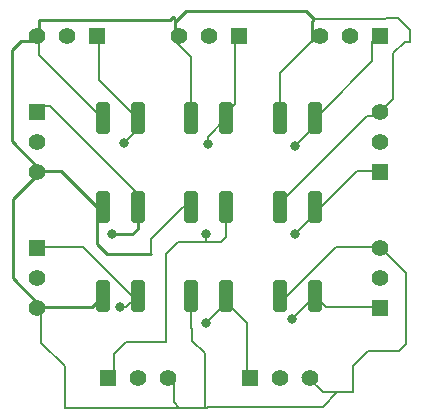
<source format=gbr>
%TF.GenerationSoftware,KiCad,Pcbnew,8.0.2-1*%
%TF.CreationDate,2024-08-05T19:22:30-04:00*%
%TF.ProjectId,3x3_6mSiPMs,3378335f-366d-4536-9950-4d732e6b6963,rev?*%
%TF.SameCoordinates,Original*%
%TF.FileFunction,Copper,L2,Bot*%
%TF.FilePolarity,Positive*%
%FSLAX46Y46*%
G04 Gerber Fmt 4.6, Leading zero omitted, Abs format (unit mm)*
G04 Created by KiCad (PCBNEW 8.0.2-1) date 2024-08-05 19:22:30*
%MOMM*%
%LPD*%
G01*
G04 APERTURE LIST*
G04 Aperture macros list*
%AMRoundRect*
0 Rectangle with rounded corners*
0 $1 Rounding radius*
0 $2 $3 $4 $5 $6 $7 $8 $9 X,Y pos of 4 corners*
0 Add a 4 corners polygon primitive as box body*
4,1,4,$2,$3,$4,$5,$6,$7,$8,$9,$2,$3,0*
0 Add four circle primitives for the rounded corners*
1,1,$1+$1,$2,$3*
1,1,$1+$1,$4,$5*
1,1,$1+$1,$6,$7*
1,1,$1+$1,$8,$9*
0 Add four rect primitives between the rounded corners*
20,1,$1+$1,$2,$3,$4,$5,0*
20,1,$1+$1,$4,$5,$6,$7,0*
20,1,$1+$1,$6,$7,$8,$9,0*
20,1,$1+$1,$8,$9,$2,$3,0*%
G04 Aperture macros list end*
%TA.AperFunction,SMDPad,CuDef*%
%ADD10RoundRect,0.250000X0.325000X1.100000X-0.325000X1.100000X-0.325000X-1.100000X0.325000X-1.100000X0*%
%TD*%
%TA.AperFunction,ComponentPad*%
%ADD11R,1.398000X1.398000*%
%TD*%
%TA.AperFunction,ComponentPad*%
%ADD12C,1.398000*%
%TD*%
%TA.AperFunction,ViaPad*%
%ADD13C,0.800000*%
%TD*%
%TA.AperFunction,Conductor*%
%ADD14C,0.200000*%
%TD*%
%TA.AperFunction,Conductor*%
%ADD15C,0.250000*%
%TD*%
G04 APERTURE END LIST*
D10*
%TO.P,10 nF,1*%
%TO.N,N/C*%
X101475000Y-57500000D03*
%TO.P,10 nF,2*%
X98525000Y-57500000D03*
%TD*%
%TO.P,10 nF,1*%
%TO.N,N/C*%
X93975000Y-42500000D03*
%TO.P,10 nF,2*%
X91025000Y-42500000D03*
%TD*%
%TO.P,10 nF,1*%
%TO.N,N/C*%
X108975000Y-57500000D03*
%TO.P,10 nF,2*%
X106025000Y-57500000D03*
%TD*%
D11*
%TO.P,REF\u002A\u002A,1*%
%TO.N,N/C*%
X114540000Y-35500000D03*
D12*
%TO.P,REF\u002A\u002A,2*%
X112000000Y-35500000D03*
%TO.P,REF\u002A\u002A,3*%
X109460000Y-35500000D03*
%TD*%
D10*
%TO.P,10 nF,1*%
%TO.N,N/C*%
X108975000Y-42500000D03*
%TO.P,10 nF,2*%
X106025000Y-42500000D03*
%TD*%
%TO.P,10 nF,1*%
%TO.N,N/C*%
X93975000Y-50000000D03*
%TO.P,10 nF,2*%
X91025000Y-50000000D03*
%TD*%
D11*
%TO.P,REF\u002A\u002A,1*%
%TO.N,N/C*%
X114500000Y-47040000D03*
D12*
%TO.P,REF\u002A\u002A,2*%
X114500000Y-44500000D03*
%TO.P,REF\u002A\u002A,3*%
X114500000Y-41960000D03*
%TD*%
D11*
%TO.P,REF\u002A\u002A,1*%
%TO.N,N/C*%
X91460000Y-64500000D03*
D12*
%TO.P,REF\u002A\u002A,2*%
X94000000Y-64500000D03*
%TO.P,REF\u002A\u002A,3*%
X96540000Y-64500000D03*
%TD*%
D11*
%TO.P,REF\u002A\u002A,1*%
%TO.N,N/C*%
X85500000Y-53460000D03*
D12*
%TO.P,REF\u002A\u002A,2*%
X85500000Y-56000000D03*
%TO.P,REF\u002A\u002A,3*%
X85500000Y-58540000D03*
%TD*%
D10*
%TO.P,10 nF,1*%
%TO.N,N/C*%
X108975000Y-50000000D03*
%TO.P,10 nF,2*%
X106025000Y-50000000D03*
%TD*%
%TO.P,10 nF,1*%
%TO.N,N/C*%
X101475000Y-50000000D03*
%TO.P,10 nF,2*%
X98525000Y-50000000D03*
%TD*%
D11*
%TO.P,REF\u002A\u002A,1*%
%TO.N,N/C*%
X114500000Y-58540000D03*
D12*
%TO.P,REF\u002A\u002A,2*%
X114500000Y-56000000D03*
%TO.P,REF\u002A\u002A,3*%
X114500000Y-53460000D03*
%TD*%
D11*
%TO.P,REF\u002A\u002A,1*%
%TO.N,N/C*%
X103460000Y-64500000D03*
D12*
%TO.P,REF\u002A\u002A,2*%
X106000000Y-64500000D03*
%TO.P,REF\u002A\u002A,3*%
X108540000Y-64500000D03*
%TD*%
D11*
%TO.P,REF\u002A\u002A,1*%
%TO.N,N/C*%
X90540000Y-35500000D03*
D12*
%TO.P,REF\u002A\u002A,2*%
X88000000Y-35500000D03*
%TO.P,REF\u002A\u002A,3*%
X85460000Y-35500000D03*
%TD*%
D11*
%TO.P,REF\u002A\u002A,1*%
%TO.N,N/C*%
X85500000Y-41960000D03*
D12*
%TO.P,REF\u002A\u002A,2*%
X85500000Y-44500000D03*
%TO.P,REF\u002A\u002A,3*%
X85500000Y-47040000D03*
%TD*%
D10*
%TO.P,10 nF,1*%
%TO.N,N/C*%
X93975000Y-57500000D03*
%TO.P,10 nF,2*%
X91025000Y-57500000D03*
%TD*%
D11*
%TO.P,REF\u002A\u002A,1*%
%TO.N,N/C*%
X102540000Y-35500000D03*
D12*
%TO.P,REF\u002A\u002A,2*%
X100000000Y-35500000D03*
%TO.P,REF\u002A\u002A,3*%
X97460000Y-35500000D03*
%TD*%
D10*
%TO.P,10 nF,1*%
%TO.N,N/C*%
X101475000Y-42500000D03*
%TO.P,10 nF,2*%
X98525000Y-42500000D03*
%TD*%
D13*
%TO.N,*%
X92500000Y-58500000D03*
X92800000Y-44600000D03*
X107300000Y-52300000D03*
X99800000Y-52300000D03*
X107037500Y-59437500D03*
X99900000Y-44700000D03*
X107300000Y-44800000D03*
X91800000Y-52300000D03*
X99800000Y-59800000D03*
%TD*%
D14*
%TO.N,*%
X107037500Y-59437500D02*
X108975000Y-57500000D01*
X106000000Y-38675000D02*
X108675000Y-36000000D01*
X108760000Y-35915000D02*
X109045000Y-35915000D01*
X108675000Y-36000000D02*
X108760000Y-35915000D01*
X109045000Y-35915000D02*
X109460000Y-35500000D01*
X117000000Y-35000000D02*
X117000000Y-36000000D01*
X116000000Y-34000000D02*
X117000000Y-35000000D01*
X114900000Y-34100000D02*
X115000000Y-34000000D01*
X115000000Y-34000000D02*
X116000000Y-34000000D01*
X115600000Y-40000000D02*
X115600000Y-37000000D01*
X117000000Y-36000000D02*
X116600000Y-36000000D01*
X116600000Y-36000000D02*
X115600000Y-37000000D01*
X85800000Y-53360000D02*
X89335000Y-53360000D01*
X89335000Y-53360000D02*
X93975000Y-58000000D01*
X86560000Y-41460000D02*
X93975000Y-48875000D01*
X95100000Y-52700000D02*
X95100000Y-54000000D01*
D15*
X97160000Y-35915000D02*
X97160000Y-34840000D01*
X93500000Y-52300000D02*
X93975000Y-51825000D01*
D14*
X113840000Y-37635000D02*
X113840000Y-35915000D01*
X97800000Y-50000000D02*
X95100000Y-52700000D01*
X99800000Y-53000000D02*
X101000000Y-53000000D01*
X99700000Y-67000000D02*
X99825000Y-67000000D01*
X97400000Y-53000000D02*
X96400000Y-54000000D01*
X114485000Y-53360000D02*
X110740000Y-53360000D01*
X109475000Y-50625000D02*
X109475000Y-50000000D01*
D15*
X85660000Y-35915000D02*
X84085000Y-35915000D01*
D14*
X109475000Y-42000000D02*
X113840000Y-37635000D01*
D15*
X84085000Y-35915000D02*
X83300000Y-36700000D01*
D14*
X90740000Y-35915000D02*
X90740000Y-39265000D01*
X99825000Y-67000000D02*
X99862500Y-66962500D01*
X99800000Y-59800000D02*
X101475000Y-58125000D01*
X102240000Y-35915000D02*
X102240000Y-41235000D01*
X112200000Y-63500000D02*
X113487500Y-62212500D01*
X85800000Y-58440000D02*
X85800000Y-61500000D01*
D15*
X87465000Y-46940000D02*
X90525000Y-50000000D01*
X83400000Y-49300000D02*
X83400000Y-56040000D01*
X83400000Y-56040000D02*
X85800000Y-58440000D01*
D14*
X101000000Y-53000000D02*
X101475000Y-52525000D01*
X102240000Y-41235000D02*
X101475000Y-42000000D01*
X109475000Y-42625000D02*
X109475000Y-42000000D01*
X112200000Y-65700000D02*
X112200000Y-63500000D01*
X109915000Y-58440000D02*
X113785000Y-58440000D01*
D15*
X91400000Y-54000000D02*
X95100000Y-54000000D01*
D14*
X114585000Y-41860000D02*
X115600000Y-40845000D01*
X92500000Y-58500000D02*
X92975000Y-58500000D01*
X112535000Y-46940000D02*
X113785000Y-46940000D01*
X99800000Y-53000000D02*
X97400000Y-53000000D01*
D15*
X85660000Y-35915000D02*
X85660000Y-34160000D01*
D14*
X99862500Y-66962500D02*
X109637500Y-66962500D01*
X97040000Y-66540000D02*
X97500000Y-67000000D01*
X115600000Y-40045000D02*
X115600000Y-40000000D01*
X114900000Y-34100000D02*
X108900000Y-34100000D01*
D15*
X108900000Y-34100000D02*
X108760000Y-34240000D01*
D14*
X98525000Y-58000000D02*
X98525000Y-60225000D01*
X108340000Y-64385000D02*
X109655000Y-65700000D01*
X101475000Y-58000000D02*
X103260000Y-59785000D01*
X106025000Y-42500000D02*
X106000000Y-42475000D01*
X106525000Y-57575000D02*
X106525000Y-58000000D01*
D15*
X108200000Y-33400000D02*
X108900000Y-34100000D01*
D14*
X96400000Y-54000000D02*
X96400000Y-61400000D01*
X101475000Y-52525000D02*
X101475000Y-50000000D01*
X109475000Y-50000000D02*
X112535000Y-46940000D01*
X108860000Y-64385000D02*
X107860000Y-64385000D01*
X99900000Y-44075000D02*
X101475000Y-42500000D01*
X99700000Y-62400000D02*
X99700000Y-67000000D01*
D15*
X83440000Y-49300000D02*
X83400000Y-49300000D01*
D14*
X109655000Y-65700000D02*
X110900000Y-65700000D01*
X113372500Y-42272500D02*
X114172500Y-42272500D01*
X99900000Y-44700000D02*
X99900000Y-44075000D01*
X98600000Y-60300000D02*
X98600000Y-61300000D01*
X93475000Y-42925000D02*
X93475000Y-42000000D01*
D15*
X97160000Y-34840000D02*
X97160000Y-34340000D01*
D14*
X91960000Y-62440000D02*
X91960000Y-64385000D01*
D15*
X85800000Y-46940000D02*
X83440000Y-49300000D01*
D14*
X107300000Y-44800000D02*
X108975000Y-43125000D01*
X85800000Y-41460000D02*
X86560000Y-41460000D01*
X93975000Y-48875000D02*
X93975000Y-50125000D01*
D15*
X85660000Y-34160000D02*
X96740000Y-34160000D01*
D14*
X98600000Y-61300000D02*
X99700000Y-62400000D01*
X113487500Y-62212500D02*
X116112500Y-62212500D01*
X96400000Y-61400000D02*
X93000000Y-61400000D01*
X87800000Y-63500000D02*
X87800000Y-67000000D01*
D15*
X85800000Y-46940000D02*
X87465000Y-46940000D01*
D14*
X110900000Y-65700000D02*
X112200000Y-65700000D01*
X115600000Y-40845000D02*
X115600000Y-40000000D01*
X109637500Y-66962500D02*
X110900000Y-65700000D01*
X110740000Y-53360000D02*
X106525000Y-57575000D01*
X106000000Y-42475000D02*
X106000000Y-38675000D01*
X85660000Y-37135000D02*
X85660000Y-35915000D01*
X85800000Y-61500000D02*
X87800000Y-63500000D01*
X107300000Y-52300000D02*
X108975000Y-50625000D01*
X98525000Y-37280000D02*
X97160000Y-35915000D01*
X116700000Y-61625000D02*
X116700000Y-55575000D01*
D15*
X97160000Y-34060000D02*
X97160000Y-34840000D01*
D14*
X90740000Y-39265000D02*
X93475000Y-42000000D01*
X98525000Y-42000000D02*
X98525000Y-37280000D01*
X109475000Y-58000000D02*
X109915000Y-58440000D01*
X92800000Y-44600000D02*
X93975000Y-43425000D01*
X93000000Y-61400000D02*
X91960000Y-62440000D01*
D15*
X90525000Y-50000000D02*
X90525000Y-53125000D01*
D14*
X85800000Y-41860000D02*
X85800000Y-41460000D01*
D15*
X83300000Y-36700000D02*
X83300000Y-44440000D01*
D14*
X97040000Y-64385000D02*
X97040000Y-66540000D01*
X90525000Y-42000000D02*
X85660000Y-37135000D01*
X106525000Y-50000000D02*
X106525000Y-49120000D01*
X116700000Y-55575000D02*
X114485000Y-53360000D01*
D15*
X96740000Y-34160000D02*
X97000000Y-33900000D01*
X83300000Y-44440000D02*
X85800000Y-46940000D01*
X90085000Y-58440000D02*
X90525000Y-58000000D01*
D14*
X116112500Y-62212500D02*
X116700000Y-61625000D01*
D15*
X97000000Y-33900000D02*
X97160000Y-34060000D01*
X97160000Y-34340000D02*
X98100000Y-33400000D01*
X98100000Y-33400000D02*
X108200000Y-33400000D01*
X90525000Y-53125000D02*
X91400000Y-54000000D01*
D14*
X103260000Y-59785000D02*
X103260000Y-64385000D01*
X114172500Y-42272500D02*
X114585000Y-41860000D01*
X98525000Y-60225000D02*
X98600000Y-60300000D01*
D15*
X85800000Y-58440000D02*
X90085000Y-58440000D01*
X91800000Y-52300000D02*
X93500000Y-52300000D01*
D14*
X98525000Y-50000000D02*
X97800000Y-50000000D01*
X92975000Y-58500000D02*
X93975000Y-57500000D01*
D15*
X108760000Y-34240000D02*
X108760000Y-35915000D01*
D14*
X99800000Y-52300000D02*
X99800000Y-53000000D01*
D15*
X93975000Y-51825000D02*
X93975000Y-50000000D01*
D14*
X87800000Y-67000000D02*
X97500000Y-67000000D01*
X101475000Y-58625000D02*
X101475000Y-58000000D01*
X106525000Y-49120000D02*
X113372500Y-42272500D01*
X97500000Y-67000000D02*
X99700000Y-67000000D01*
%TD*%
M02*

</source>
